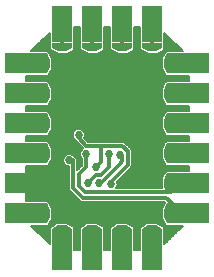
<source format=gbl>
G04 DipTrace 2.4.0.2*
%INi2cswitch.gbl*%
%MOMM*%
%ADD13C,0.305*%
%ADD16C,0.127*%
%ADD23C,0.711*%
%ADD32R,1.6X1.7*%
%ADD33R,2.032X1.7*%
%ADD34R,1.7X1.6*%
%ADD35R,1.7X2.032*%
%ADD37C,0.686*%
%FSLAX53Y53*%
G04*
G71*
G90*
G75*
G01*
%LNBottom*%
%LPD*%
X12433Y13810D2*
D13*
X11270D1*
X10000D1*
X17781Y18838D2*
Y17720D1*
X17113Y17052D1*
X16649D1*
X15963Y16366D1*
X16925Y16354D2*
X17068D1*
X18715Y18001D1*
X18682D1*
X18906Y18225D1*
Y18553D1*
X18723Y18736D1*
X16645Y17701D2*
X17127Y18183D1*
Y19541D1*
X15859D1*
X15224Y20176D1*
Y20462D1*
X15882Y19541D2*
X18898D1*
X19378Y19061D1*
Y17909D1*
X17922Y16453D1*
Y16309D1*
X17968Y16263D1*
X16350Y12433D2*
Y11270D1*
Y10000D1*
X21430Y12433D2*
Y11270D1*
Y10000D1*
X22808Y21430D2*
X23970D1*
X25240D1*
X22808Y26510D2*
X23970D1*
X25240D1*
X18890Y27888D2*
Y29050D1*
Y30320D1*
X13810Y27888D2*
Y29050D1*
Y30320D1*
X12433Y23970D2*
X11270D1*
X10000D1*
X12433Y18890D2*
X11270D1*
X10000D1*
X14430Y18317D2*
X14746D1*
Y15965D1*
X15611Y15099D1*
X22636D1*
X23087Y14649D1*
Y14092D1*
X22805Y13810D1*
X23970D1*
X25240D1*
X13810Y12433D2*
Y11270D1*
Y10000D1*
X18890Y12433D2*
Y11270D1*
Y10000D1*
X25240Y18890D2*
X23970D1*
X22808D1*
Y23970D2*
X23970D1*
X25240D1*
X21430Y27888D2*
Y29050D1*
Y30320D1*
X16350Y27888D2*
Y29050D1*
Y30320D1*
X12433Y26510D2*
X11270D1*
X10000D1*
X12433Y21430D2*
X11270D1*
X10000D1*
X15871Y18852D2*
Y17762D1*
X15246Y17136D1*
Y16127D1*
X15779Y15594D1*
X23063D1*
X23342Y15873D1*
X22905D1*
X23903Y16870D1*
X22808D1*
Y16350D1*
X23970D1*
X25240D1*
X11270D2*
X11896D1*
X13616Y18069D1*
Y19826D1*
X15122Y21332D1*
X16870D1*
X17595Y22058D1*
X17885Y25194D2*
Y22347D1*
X17595Y22058D1*
X16695Y21158D2*
X17595D1*
Y22058D1*
X16695D1*
Y22958D1*
X17595D1*
X18495D1*
Y22058D1*
Y21158D1*
X17595D1*
Y22058D2*
Y22958D1*
X12435Y16350D2*
X11270D1*
X10000D1*
X14143Y25822D2*
X16033D1*
X16924Y24931D1*
X17622D1*
X17885Y25194D1*
X22205Y17494D2*
Y17553D1*
X21595D1*
X19291Y19856D1*
Y21261D1*
X18495Y22058D1*
X18830Y16379D2*
X21089D1*
X22205Y17494D1*
X17502Y13883D2*
X14902D1*
X12435Y16350D1*
D37*
X22942Y28177D3*
X19884Y25844D3*
X17781Y18838D3*
X18723Y18736D3*
X16645Y17701D3*
X15224Y20462D3*
X15963Y16366D3*
X16925Y16354D3*
X17968Y16263D3*
X17885Y25194D3*
X14430Y18317D3*
X15871Y18852D3*
X22986Y12332D3*
X22205Y17494D3*
X14143Y25822D3*
X18830Y16379D3*
X17502Y13883D3*
X14869Y29473D2*
D16*
X15292D1*
X17409D2*
X17832D1*
X19949D2*
X20372D1*
X14869Y29349D2*
X15292D1*
X17409D2*
X17832D1*
X19949D2*
X20372D1*
X14869Y29226D2*
X15292D1*
X17409D2*
X17832D1*
X19949D2*
X20372D1*
X14869Y29102D2*
X15292D1*
X17409D2*
X17832D1*
X19949D2*
X20372D1*
X12650Y28978D2*
X12752D1*
X14869D2*
X15292D1*
X17409D2*
X17832D1*
X19949D2*
X20372D1*
X22489D2*
X22588D1*
X12525Y28855D2*
X12752D1*
X14869D2*
X15292D1*
X17409D2*
X17832D1*
X19949D2*
X20372D1*
X22489D2*
X22715D1*
X12400Y28731D2*
X12752D1*
X14869D2*
X15292D1*
X17409D2*
X17832D1*
X19949D2*
X20372D1*
X22489D2*
X22840D1*
X12273Y28607D2*
X12752D1*
X14869D2*
X15292D1*
X17409D2*
X17832D1*
X19949D2*
X20372D1*
X22489D2*
X22965D1*
X12148Y28484D2*
X12752D1*
X14869D2*
X15292D1*
X17409D2*
X17832D1*
X19949D2*
X20372D1*
X22489D2*
X23092D1*
X12021Y28360D2*
X12752D1*
X14869D2*
X15292D1*
X17409D2*
X17832D1*
X19949D2*
X20372D1*
X22489D2*
X23217D1*
X11896Y28236D2*
X12752D1*
X14869D2*
X15292D1*
X17409D2*
X17832D1*
X19949D2*
X20372D1*
X22489D2*
X23344D1*
X11771Y28113D2*
X12752D1*
X14869D2*
X15292D1*
X17409D2*
X17832D1*
X19949D2*
X20372D1*
X22489D2*
X23469D1*
X11644Y27989D2*
X12752D1*
X14869D2*
X15292D1*
X17409D2*
X17832D1*
X19949D2*
X20372D1*
X22489D2*
X23594D1*
X11519Y27865D2*
X12752D1*
X14869D2*
X15292D1*
X17409D2*
X17832D1*
X19949D2*
X20372D1*
X22489D2*
X23721D1*
X11392Y27742D2*
X12758D1*
X14863D2*
X15298D1*
X17403D2*
X17838D1*
X19943D2*
X20378D1*
X22483D2*
X23846D1*
X11267Y27618D2*
X12855D1*
X14765D2*
X15395D1*
X17305D2*
X17935D1*
X19845D2*
X20475D1*
X22385D2*
X23973D1*
X12684Y27494D2*
X13095D1*
X14525D2*
X15635D1*
X17065D2*
X18175D1*
X19605D2*
X20715D1*
X22145D2*
X22555D1*
X12757Y27371D2*
X13335D1*
X14283D2*
X15875D1*
X16823D2*
X18415D1*
X19363D2*
X20955D1*
X21903D2*
X22483D1*
X12821Y27247D2*
X22420D1*
X12884Y27123D2*
X22356D1*
X12948Y27000D2*
X22293D1*
X13003Y26876D2*
X22237D1*
X13007Y26752D2*
X22231D1*
X13007Y26629D2*
X22231D1*
X13007Y26505D2*
X22231D1*
X13007Y26381D2*
X22231D1*
X13007Y26258D2*
X22231D1*
X13001Y26134D2*
X22239D1*
X12942Y26010D2*
X22299D1*
X12878Y25887D2*
X22362D1*
X12815Y25763D2*
X22426D1*
X12751Y25639D2*
X22489D1*
X12674Y25516D2*
X22566D1*
X10736Y25392D2*
X24503D1*
X10736Y25268D2*
X24503D1*
X10736Y25145D2*
X24503D1*
X10736Y25021D2*
X24503D1*
X12724Y24897D2*
X22517D1*
X12787Y24774D2*
X22453D1*
X12851Y24650D2*
X22390D1*
X12914Y24526D2*
X22326D1*
X12978Y24403D2*
X22263D1*
X13007Y24279D2*
X22231D1*
X13007Y24155D2*
X22231D1*
X13007Y24032D2*
X22231D1*
X13007Y23908D2*
X22231D1*
X13007Y23784D2*
X22231D1*
X13007Y23661D2*
X22231D1*
X12978Y23537D2*
X22263D1*
X12912Y23413D2*
X22326D1*
X12849Y23290D2*
X22390D1*
X12785Y23166D2*
X22453D1*
X12722Y23042D2*
X22517D1*
X10736Y22919D2*
X24503D1*
X10736Y22795D2*
X24503D1*
X10736Y22671D2*
X24503D1*
X10736Y22548D2*
X24503D1*
X12674Y22424D2*
X22564D1*
X12751Y22300D2*
X22489D1*
X12815Y22177D2*
X22424D1*
X12878Y22053D2*
X22360D1*
X12942Y21929D2*
X22297D1*
X13001Y21806D2*
X22239D1*
X13007Y21682D2*
X22231D1*
X13007Y21558D2*
X22231D1*
X13007Y21435D2*
X22231D1*
X13007Y21311D2*
X22231D1*
X13007Y21187D2*
X22231D1*
X13003Y21064D2*
X22237D1*
X12948Y20940D2*
X14964D1*
X15484D2*
X22293D1*
X12884Y20816D2*
X14806D1*
X15643D2*
X22356D1*
X12821Y20693D2*
X14724D1*
X15724D2*
X22420D1*
X12757Y20569D2*
X14685D1*
X15764D2*
X22483D1*
X12684Y20445D2*
X14673D1*
X15776D2*
X22557D1*
X10736Y20322D2*
X14692D1*
X15756D2*
X24503D1*
X10736Y20198D2*
X14742D1*
X15730D2*
X24503D1*
X10736Y20074D2*
X14837D1*
X15853D2*
X24503D1*
X10736Y19951D2*
X14946D1*
X15976D2*
X24503D1*
X12718Y19827D2*
X15069D1*
X19109D2*
X22523D1*
X12781Y19703D2*
X15193D1*
X19240D2*
X22459D1*
X12845Y19580D2*
X15316D1*
X19363D2*
X22396D1*
X12908Y19456D2*
X15441D1*
X19488D2*
X22332D1*
X12972Y19332D2*
X15564D1*
X19611D2*
X22269D1*
X13007Y19209D2*
X15454D1*
X19707D2*
X22231D1*
X13007Y19085D2*
X15373D1*
X19738D2*
X22231D1*
X13007Y18961D2*
X15331D1*
X19738D2*
X22231D1*
X13007Y18838D2*
X14282D1*
X14579D2*
X15322D1*
X19738D2*
X22231D1*
X13007Y18714D2*
X14053D1*
X14807D2*
X15339D1*
X19738D2*
X22231D1*
X13007Y18590D2*
X13954D1*
X14974D2*
X15389D1*
X19738D2*
X22231D1*
X12982Y18467D2*
X13901D1*
X15073D2*
X15484D1*
X19738D2*
X22259D1*
X12918Y18343D2*
X13881D1*
X15105D2*
X15512D1*
X19738D2*
X22322D1*
X12855Y18219D2*
X13889D1*
X15107D2*
X15512D1*
X19738D2*
X22386D1*
X12791Y18096D2*
X13926D1*
X15107D2*
X15512D1*
X19738D2*
X22449D1*
X12728Y17972D2*
X14004D1*
X15107D2*
X15512D1*
X19738D2*
X22513D1*
X12579Y17848D2*
X14153D1*
X15107D2*
X15454D1*
X19732D2*
X22662D1*
X10736Y17725D2*
X14385D1*
X15107D2*
X15329D1*
X19685D2*
X24503D1*
X10736Y17601D2*
X14385D1*
X15107D2*
X15206D1*
X19574D2*
X24503D1*
X10736Y17477D2*
X14385D1*
X19451D2*
X24503D1*
X10736Y17354D2*
X14385D1*
X19326D2*
X22576D1*
X10736Y17230D2*
X14385D1*
X19203D2*
X22493D1*
X10736Y17106D2*
X14385D1*
X19080D2*
X22430D1*
X10736Y16983D2*
X14385D1*
X18954D2*
X22366D1*
X10736Y16859D2*
X14385D1*
X18831D2*
X22303D1*
X10736Y16735D2*
X14385D1*
X18708D2*
X22241D1*
X10736Y16612D2*
X14385D1*
X18585D2*
X22231D1*
X10736Y16488D2*
X14385D1*
X18470D2*
X22231D1*
X10736Y16364D2*
X14385D1*
X18508D2*
X22231D1*
X10736Y16241D2*
X14385D1*
X18518D2*
X22231D1*
X10736Y16117D2*
X14385D1*
X18498D2*
X22231D1*
X10736Y15993D2*
X14385D1*
X18446D2*
X22235D1*
X10736Y15870D2*
X14399D1*
X10736Y15746D2*
X14462D1*
X10736Y15622D2*
X14583D1*
X10736Y15499D2*
X14708D1*
X10736Y15375D2*
X14831D1*
X10736Y15251D2*
X14954D1*
X10736Y15128D2*
X15079D1*
X10736Y15004D2*
X15202D1*
X10736Y14880D2*
X15325D1*
X12712Y14757D2*
X15542D1*
X12777Y14633D2*
X22463D1*
X12841Y14509D2*
X22400D1*
X12904Y14386D2*
X22336D1*
X12968Y14262D2*
X22273D1*
X13007Y14138D2*
X22231D1*
X13007Y14015D2*
X22231D1*
X13007Y13891D2*
X22231D1*
X13007Y13767D2*
X22231D1*
X13007Y13644D2*
X22231D1*
X13007Y13520D2*
X22231D1*
X12987Y13396D2*
X22253D1*
X12922Y13273D2*
X22316D1*
X12858Y13149D2*
X22380D1*
X12795Y13025D2*
X22443D1*
X12731Y12902D2*
X13242D1*
X14377D2*
X15782D1*
X16917D2*
X18322D1*
X19457D2*
X20862D1*
X21997D2*
X22507D1*
X12612Y12778D2*
X13002D1*
X14619D2*
X15542D1*
X17159D2*
X18082D1*
X19699D2*
X20622D1*
X22239D2*
X22628D1*
X11317Y12654D2*
X12797D1*
X14823D2*
X15337D1*
X17363D2*
X17877D1*
X19903D2*
X20417D1*
X22443D2*
X23924D1*
X11442Y12531D2*
X12752D1*
X14869D2*
X15292D1*
X17409D2*
X17832D1*
X19949D2*
X20372D1*
X22489D2*
X23799D1*
X11567Y12407D2*
X12752D1*
X14869D2*
X15292D1*
X17409D2*
X17832D1*
X19949D2*
X20372D1*
X22489D2*
X23672D1*
X11694Y12283D2*
X12752D1*
X14869D2*
X15292D1*
X17409D2*
X17832D1*
X19949D2*
X20372D1*
X22489D2*
X23547D1*
X11819Y12160D2*
X12752D1*
X14869D2*
X15292D1*
X17409D2*
X17832D1*
X19949D2*
X20372D1*
X22489D2*
X23420D1*
X11946Y12036D2*
X12752D1*
X14869D2*
X15292D1*
X17409D2*
X17832D1*
X19949D2*
X20372D1*
X22489D2*
X23295D1*
X12071Y11912D2*
X12752D1*
X14869D2*
X15292D1*
X17409D2*
X17832D1*
X19949D2*
X20372D1*
X22489D2*
X23170D1*
X12198Y11789D2*
X12752D1*
X14869D2*
X15292D1*
X17409D2*
X17832D1*
X19949D2*
X20372D1*
X22489D2*
X23043D1*
X12323Y11665D2*
X12752D1*
X14869D2*
X15292D1*
X17409D2*
X17832D1*
X19949D2*
X20372D1*
X22489D2*
X22918D1*
X12448Y11541D2*
X12752D1*
X14869D2*
X15292D1*
X17409D2*
X17832D1*
X19949D2*
X20372D1*
X22489D2*
X22791D1*
X12575Y11418D2*
X12752D1*
X14869D2*
X15292D1*
X17409D2*
X17832D1*
X19949D2*
X20372D1*
X22489D2*
X22666D1*
X14869Y11294D2*
X15292D1*
X17409D2*
X17832D1*
X19949D2*
X20372D1*
X14869Y11170D2*
X15292D1*
X17409D2*
X17832D1*
X19949D2*
X20372D1*
X14869Y11047D2*
X15292D1*
X17409D2*
X17832D1*
X19949D2*
X20372D1*
X14869Y10923D2*
X15292D1*
X17409D2*
X17832D1*
X19949D2*
X20372D1*
X14869Y10799D2*
X15292D1*
X17409D2*
X17832D1*
X19949D2*
X20372D1*
X11189Y27556D2*
X12266Y27554D1*
X12319Y27556D1*
X12530D1*
X12592Y27545D1*
X12648Y27516D1*
X12693Y27468D1*
X12733Y27393D1*
X12974Y26924D1*
X12993Y26862D1*
X12996Y26772D1*
Y26185D1*
X12984Y26121D1*
X12945Y26039D1*
X12704Y25571D1*
X12666Y25520D1*
X12614Y25484D1*
X12552Y25466D1*
X12467Y25464D1*
X10721D1*
X10724Y25090D1*
Y25017D1*
X11212Y25016D1*
X12266D1*
X12530D1*
X12592Y25005D1*
X12648Y24976D1*
X12693Y24928D1*
X12733Y24853D1*
X12974Y24384D1*
X12993Y24322D1*
X12996Y24232D1*
Y23645D1*
X12984Y23581D1*
X12945Y23499D1*
X12704Y23031D1*
X12666Y22980D1*
X12614Y22944D1*
X12552Y22926D1*
X12467Y22924D1*
X10721D1*
X10724Y22550D1*
Y22477D1*
X11212Y22476D1*
X12266D1*
X12530D1*
X12592Y22465D1*
X12648Y22436D1*
X12693Y22388D1*
X12733Y22313D1*
X12974Y21844D1*
X12993Y21782D1*
X12996Y21692D1*
Y21105D1*
X12984Y21041D1*
X12945Y20959D1*
X12704Y20491D1*
X12666Y20440D1*
X12614Y20404D1*
X12552Y20386D1*
X12467Y20384D1*
X10721D1*
X10724Y20010D1*
Y19937D1*
X11212Y19936D1*
X12266D1*
X12530D1*
X12592Y19925D1*
X12648Y19896D1*
X12693Y19848D1*
X12733Y19773D1*
X12974Y19304D1*
X12993Y19242D1*
X12996Y19152D1*
Y18565D1*
X12984Y18501D1*
X12945Y18419D1*
X12704Y17951D1*
X12666Y17900D1*
X12614Y17864D1*
X12552Y17846D1*
X12467Y17844D1*
X10721D1*
X10724Y17470D1*
Y14857D1*
X11212Y14856D1*
X12266D1*
X12530D1*
X12592Y14845D1*
X12648Y14816D1*
X12693Y14768D1*
X12733Y14693D1*
X12974Y14224D1*
X12993Y14162D1*
X12996Y14072D1*
Y13485D1*
X12984Y13421D1*
X12945Y13339D1*
X12704Y12871D1*
X12666Y12820D1*
X12614Y12784D1*
X12552Y12766D1*
X12467Y12764D1*
X11192D1*
X12764Y11219D1*
Y12266D1*
Y12530D1*
X12775Y12592D1*
X12804Y12648D1*
X12852Y12693D1*
X12927Y12733D1*
X13396Y12974D1*
X13458Y12993D1*
X13549Y12996D1*
X14135D1*
X14199Y12984D1*
X14281Y12945D1*
X14749Y12704D1*
X14800Y12666D1*
X14836Y12614D1*
X14854Y12552D1*
X14856Y12467D1*
Y10724D1*
X15304D1*
Y11212D1*
Y12266D1*
Y12530D1*
X15315Y12592D1*
X15344Y12648D1*
X15392Y12693D1*
X15467Y12733D1*
X15936Y12974D1*
X15998Y12993D1*
X16089Y12996D1*
X16675D1*
X16739Y12984D1*
X16821Y12945D1*
X17289Y12704D1*
X17340Y12666D1*
X17376Y12614D1*
X17394Y12552D1*
X17396Y12467D1*
Y10724D1*
X17844D1*
Y11212D1*
Y12266D1*
Y12530D1*
X17855Y12592D1*
X17884Y12648D1*
X17932Y12693D1*
X18007Y12733D1*
X18476Y12974D1*
X18538Y12993D1*
X18629Y12996D1*
X19215D1*
X19279Y12984D1*
X19361Y12945D1*
X19829Y12704D1*
X19880Y12666D1*
X19916Y12614D1*
X19934Y12552D1*
X19936Y12467D1*
Y10724D1*
X20384D1*
Y11212D1*
Y12266D1*
Y12530D1*
X20395Y12592D1*
X20424Y12648D1*
X20472Y12693D1*
X20547Y12733D1*
X21016Y12974D1*
X21078Y12993D1*
X21169Y12996D1*
X21755D1*
X21819Y12984D1*
X21901Y12945D1*
X22369Y12704D1*
X22420Y12666D1*
X22456Y12614D1*
X22474Y12552D1*
X22476Y12467D1*
Y11220D1*
X23312Y12041D1*
X24050Y12765D1*
X24028Y12766D1*
X23823Y12764D1*
X22974Y12766D1*
X22916Y12764D1*
X22710D1*
X22648Y12775D1*
X22592Y12804D1*
X22547Y12852D1*
X22507Y12927D1*
X22266Y13396D1*
X22247Y13458D1*
X22244Y13549D1*
Y14135D1*
X22256Y14199D1*
X22295Y14281D1*
X22521Y14720D1*
X22446Y14751D1*
X15611D1*
X15548Y14757D1*
X15487Y14774D1*
X15430Y14802D1*
X15365Y14853D1*
X14500Y15719D1*
X14459Y15767D1*
X14428Y15823D1*
X14408Y15883D1*
X14398Y15965D1*
Y17780D1*
X14324Y17789D1*
X14263Y17805D1*
X14204Y17828D1*
X14148Y17858D1*
X14096Y17895D1*
X14049Y17937D1*
X14007Y17985D1*
X13970Y18037D1*
X13941Y18093D1*
X13918Y18152D1*
X13902Y18213D1*
X13893Y18276D1*
X13892Y18340D1*
X13899Y18403D1*
X13913Y18465D1*
X13934Y18525D1*
X13961Y18582D1*
X13996Y18635D1*
X14036Y18684D1*
X14082Y18728D1*
X14133Y18766D1*
X14188Y18798D1*
X14246Y18823D1*
X14307Y18841D1*
X14369Y18852D1*
X14433Y18855D1*
X14496Y18851D1*
X14559Y18840D1*
X14619Y18821D1*
X14677Y18795D1*
X14732Y18763D1*
X14782Y18724D1*
X14854Y18648D1*
X14927Y18614D1*
X14978Y18576D1*
X15021Y18530D1*
X15055Y18476D1*
X15079Y18418D1*
X15094Y18331D1*
Y17477D1*
X15523Y17906D1*
Y18442D1*
X15448Y18520D1*
X15412Y18572D1*
X15382Y18628D1*
X15359Y18687D1*
X15343Y18749D1*
X15335Y18812D1*
X15333Y18875D1*
X15340Y18938D1*
X15354Y19000D1*
X15375Y19060D1*
X15403Y19117D1*
X15437Y19170D1*
X15477Y19219D1*
X15523Y19263D1*
X15596Y19314D1*
X15388Y19520D1*
X14978Y19930D1*
X14890Y20040D1*
X14842Y20082D1*
X14800Y20130D1*
X14764Y20182D1*
X14734Y20238D1*
X14711Y20297D1*
X14696Y20359D1*
X14687Y20421D1*
X14686Y20485D1*
X14692Y20548D1*
X14706Y20610D1*
X14727Y20670D1*
X14755Y20727D1*
X14790Y20780D1*
X14830Y20829D1*
X14876Y20873D1*
X14927Y20911D1*
X14982Y20943D1*
X15040Y20968D1*
X15101Y20986D1*
X15163Y20997D1*
X15226Y21001D1*
X15290Y20997D1*
X15352Y20985D1*
X15413Y20966D1*
X15471Y20941D1*
X15525Y20908D1*
X15576Y20870D1*
X15621Y20825D1*
X15661Y20776D1*
X15695Y20723D1*
X15723Y20665D1*
X15743Y20605D1*
X15756Y20543D1*
X15762Y20462D1*
X15759Y20399D1*
X15748Y20336D1*
X15729Y20276D1*
X15701Y20212D1*
X16027Y19888D1*
X16430Y19889D1*
X18898D1*
X18961Y19883D1*
X19022Y19866D1*
X19079Y19838D1*
X19144Y19787D1*
X19624Y19307D1*
X19665Y19259D1*
X19696Y19203D1*
X19716Y19143D1*
X19726Y19061D1*
Y17909D1*
X19720Y17846D1*
X19703Y17785D1*
X19675Y17728D1*
X19624Y17663D1*
X18455Y16495D1*
X18487Y16407D1*
X18500Y16345D1*
X18506Y16263D1*
X18502Y16200D1*
X18491Y16138D1*
X18473Y16077D1*
X18447Y16019D1*
X18397Y15940D1*
X19018Y15942D1*
X22262D1*
X22249Y15982D1*
X22244Y16089D1*
Y16675D1*
X22256Y16739D1*
X22295Y16821D1*
X22536Y17289D1*
X22574Y17340D1*
X22626Y17376D1*
X22688Y17394D1*
X22774Y17396D1*
X24519D1*
X24517Y17770D1*
Y17843D1*
X24028Y17844D1*
X22974D1*
X22710D1*
X22648Y17855D1*
X22592Y17884D1*
X22547Y17932D1*
X22507Y18007D1*
X22266Y18476D1*
X22247Y18538D1*
X22244Y18629D1*
Y19215D1*
X22256Y19279D1*
X22295Y19361D1*
X22536Y19829D1*
X22574Y19880D1*
X22626Y19916D1*
X22688Y19934D1*
X22774Y19936D1*
X24519D1*
X24517Y20310D1*
Y20383D1*
X24028Y20384D1*
X22974D1*
X22710D1*
X22648Y20395D1*
X22592Y20424D1*
X22547Y20472D1*
X22507Y20547D1*
X22266Y21016D1*
X22247Y21078D1*
X22244Y21169D1*
Y21755D1*
X22256Y21819D1*
X22295Y21901D1*
X22536Y22369D1*
X22574Y22420D1*
X22626Y22456D1*
X22688Y22474D1*
X22774Y22476D1*
X24519D1*
X24517Y22850D1*
Y22923D1*
X24028Y22924D1*
X22974D1*
X22710D1*
X22648Y22935D1*
X22592Y22964D1*
X22547Y23012D1*
X22507Y23087D1*
X22266Y23556D1*
X22247Y23618D1*
X22244Y23709D1*
Y24295D1*
X22256Y24359D1*
X22295Y24441D1*
X22536Y24909D1*
X22574Y24960D1*
X22626Y24996D1*
X22688Y25014D1*
X22774Y25016D1*
X24519D1*
X24517Y25390D1*
Y25463D1*
X24028Y25464D1*
X22974D1*
X22710D1*
X22648Y25475D1*
X22592Y25504D1*
X22547Y25552D1*
X22507Y25627D1*
X22266Y26096D1*
X22247Y26158D1*
X22244Y26249D1*
Y26835D1*
X22256Y26899D1*
X22295Y26981D1*
X22536Y27449D1*
X22574Y27500D1*
X22626Y27536D1*
X22688Y27554D1*
X22774Y27556D1*
X24048D1*
X22476Y29101D1*
Y28054D1*
Y27790D1*
X22465Y27728D1*
X22436Y27672D1*
X22388Y27627D1*
X22313Y27587D1*
X21844Y27346D1*
X21782Y27327D1*
X21692Y27324D1*
X21105D1*
X21041Y27336D1*
X20959Y27375D1*
X20491Y27616D1*
X20440Y27654D1*
X20404Y27706D1*
X20386Y27768D1*
X20384Y27854D1*
Y29596D1*
X19936Y29597D1*
Y29108D1*
Y28054D1*
Y27790D1*
X19925Y27728D1*
X19896Y27672D1*
X19848Y27627D1*
X19773Y27587D1*
X19304Y27346D1*
X19242Y27327D1*
X19152Y27324D1*
X18565D1*
X18501Y27336D1*
X18419Y27375D1*
X17951Y27616D1*
X17900Y27654D1*
X17864Y27706D1*
X17846Y27768D1*
X17844Y27854D1*
Y29596D1*
X17396Y29597D1*
Y29108D1*
Y28054D1*
Y27790D1*
X17385Y27728D1*
X17356Y27672D1*
X17308Y27627D1*
X17233Y27587D1*
X16764Y27346D1*
X16702Y27327D1*
X16612Y27324D1*
X16025D1*
X15961Y27336D1*
X15879Y27375D1*
X15411Y27616D1*
X15360Y27654D1*
X15324Y27706D1*
X15306Y27768D1*
X15304Y27854D1*
Y29596D1*
X14856Y29597D1*
Y29108D1*
Y28054D1*
Y27790D1*
X14845Y27728D1*
X14816Y27672D1*
X14768Y27627D1*
X14693Y27587D1*
X14224Y27346D1*
X14162Y27327D1*
X14072Y27324D1*
X13485D1*
X13421Y27336D1*
X13339Y27375D1*
X12871Y27616D1*
X12820Y27654D1*
X12784Y27706D1*
X12766Y27768D1*
X12764Y27854D1*
Y29100D1*
X11928Y28279D1*
X11190Y27555D1*
X11212Y27554D1*
D23*
X18495Y21158D3*
X17595D3*
X16695D3*
X18495Y22058D3*
X17595D3*
X16695D3*
X18495Y22958D3*
X17595D3*
X16695D3*
D32*
X11270Y26510D3*
Y23970D3*
Y21430D3*
Y18890D3*
G36*
X12530Y23120D2*
X12065D1*
Y24820D1*
X12530D1*
X12800Y24295D1*
Y23645D1*
X12530Y23120D1*
G37*
G36*
Y25660D2*
X12065D1*
Y27360D1*
X12530D1*
X12800Y26835D1*
Y26185D1*
X12530Y25660D1*
G37*
G36*
Y18040D2*
X12065D1*
Y19740D1*
X12530D1*
X12800Y19215D1*
Y18565D1*
X12530Y18040D1*
G37*
G36*
Y20580D2*
X12065D1*
Y22280D1*
X12530D1*
X12800Y21755D1*
Y21105D1*
X12530Y20580D1*
G37*
D33*
X10000Y26510D3*
Y23970D3*
Y21430D3*
Y18890D3*
D34*
X13810Y11270D3*
X16350D3*
X18890D3*
X21430D3*
G36*
X17200Y12530D2*
Y12065D1*
X15500D1*
Y12530D1*
X16025Y12800D1*
X16675D1*
X17200Y12530D1*
G37*
G36*
X14660D2*
Y12065D1*
X12960D1*
Y12530D1*
X13485Y12800D1*
X14135D1*
X14660Y12530D1*
G37*
G36*
X22280D2*
Y12065D1*
X20580D1*
Y12530D1*
X21105Y12800D1*
X21755D1*
X22280Y12530D1*
G37*
G36*
X19740D2*
Y12065D1*
X18040D1*
Y12530D1*
X18565Y12800D1*
X19215D1*
X19740Y12530D1*
G37*
D35*
X13810Y10000D3*
X16350D3*
X18890D3*
X21430D3*
D32*
X23970Y18890D3*
Y21430D3*
Y23970D3*
Y26510D3*
G36*
X22710Y22280D2*
X23175D1*
Y20580D1*
X22710D1*
X22440Y21105D1*
Y21755D1*
X22710Y22280D1*
G37*
G36*
Y19740D2*
X23175D1*
Y18040D1*
X22710D1*
X22440Y18565D1*
Y19215D1*
X22710Y19740D1*
G37*
G36*
Y27360D2*
X23175D1*
Y25660D1*
X22710D1*
X22440Y26185D1*
Y26835D1*
X22710Y27360D1*
G37*
G36*
Y24820D2*
X23175D1*
Y23120D1*
X22710D1*
X22440Y23645D1*
Y24295D1*
X22710Y24820D1*
G37*
D33*
X25240Y18890D3*
Y21430D3*
Y23970D3*
Y26510D3*
D34*
X21430Y29050D3*
X18890D3*
X16350D3*
X13810D3*
G36*
X18040Y27790D2*
Y28255D1*
X19740D1*
Y27790D1*
X19215Y27520D1*
X18565D1*
X18040Y27790D1*
G37*
G36*
X20580D2*
Y28255D1*
X22280D1*
Y27790D1*
X21755Y27520D1*
X21105D1*
X20580Y27790D1*
G37*
G36*
X12960D2*
Y28255D1*
X14660D1*
Y27790D1*
X14135Y27520D1*
X13485D1*
X12960Y27790D1*
G37*
G36*
X15500D2*
Y28255D1*
X17200D1*
Y27790D1*
X16675Y27520D1*
X16025D1*
X15500Y27790D1*
G37*
D35*
X21430Y30320D3*
X18890D3*
X16350D3*
X13810D3*
D32*
X11270Y16350D3*
Y13810D3*
D33*
X10000Y16350D3*
Y13810D3*
G36*
X12530Y12960D2*
X12065D1*
Y14660D1*
X12530D1*
X12800Y14135D1*
Y13485D1*
X12530Y12960D1*
G37*
G36*
Y15500D2*
X12070D1*
Y17200D1*
X12530D1*
X12800Y16675D1*
Y16025D1*
X12530Y15500D1*
G37*
D32*
X23970Y13810D3*
Y16350D3*
D33*
X25240Y13810D3*
Y16350D3*
G36*
X22710Y17200D2*
X23175D1*
Y15500D1*
X22710D1*
X22440Y16025D1*
Y16675D1*
X22710Y17200D1*
G37*
G36*
Y14660D2*
X23170D1*
Y12960D1*
X22710D1*
X22440Y13485D1*
Y14135D1*
X22710Y14660D1*
G37*
G36*
X18285Y24636D2*
X18314Y24446D1*
X18374Y24298D1*
X18450Y24204D1*
X18526Y24128D1*
X18639Y24065D1*
X18704Y24039D1*
X18799Y24019D1*
X18850Y24009D1*
X18933Y24004D1*
X18997Y24026D1*
X19035Y24065D1*
X19061Y24090D1*
X19125Y24103D1*
X19150Y24098D1*
X19201Y24083D1*
X19228Y24052D1*
X19327Y24133D1*
X19277Y24210D1*
Y24227D1*
X19366Y24263D1*
X19378Y24319D1*
X19388Y24420D1*
X19136Y24314D1*
X19104D1*
X19061Y24321D1*
X19051Y24344D1*
X19071Y24395D1*
X19187Y24458D1*
X19358Y24529D1*
X19333Y24580D1*
X19269Y24634D1*
X19079Y24560D1*
X19085Y24598D1*
Y24636D1*
X18285D1*
G37*
M02*

</source>
